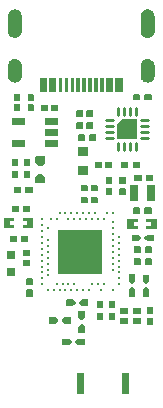
<source format=gtp>
G04 Layer: TopPasteMaskLayer*
G04 EasyEDA v6.5.9, 2022-08-10 12:44:31*
G04 c5846564ba334fc5ac80b38e15378060,f7cd1a63a7ae402ba8e4f3fce04b6e5d,10*
G04 Gerber Generator version 0.2*
G04 Scale: 100 percent, Rotated: No, Reflected: No *
G04 Dimensions in millimeters *
G04 leading zeros omitted , absolute positions ,4 integer and 5 decimal *
%FSLAX45Y45*%
%MOMM*%

%ADD10C,0.2800*%
%ADD11R,0.7600X0.8000*%
%ADD12C,0.2750*%
%ADD13R,3.8340X3.8340*%
%ADD14R,0.7500X1.4000*%
%ADD15R,0.6500X0.5500*%
%ADD16R,0.0141X0.5500*%

%LPD*%
G36*
X865632Y-2815031D02*
G01*
X838758Y-2833370D01*
X838758Y-2850642D01*
X865632Y-2868980D01*
X915263Y-2868980D01*
X919276Y-2865018D01*
X919276Y-2818993D01*
X915263Y-2815031D01*
G37*
G36*
X735228Y-2815031D02*
G01*
X731215Y-2818993D01*
X731215Y-2865018D01*
X735228Y-2868980D01*
X784860Y-2868980D01*
X811733Y-2850642D01*
X811733Y-2833370D01*
X784860Y-2815031D01*
G37*
G36*
X1338732Y-2033473D02*
G01*
X1333754Y-2038451D01*
X1333754Y-2083460D01*
X1338732Y-2088438D01*
X1386738Y-2088438D01*
X1393748Y-2083460D01*
X1393748Y-2038451D01*
X1386738Y-2033473D01*
G37*
G36*
X1436725Y-2033473D02*
G01*
X1429715Y-2038451D01*
X1429715Y-2083460D01*
X1436725Y-2088438D01*
X1484731Y-2088438D01*
X1489710Y-2083460D01*
X1489710Y-2038451D01*
X1484731Y-2033473D01*
G37*
G36*
X1127607Y-2497074D02*
G01*
X1122629Y-2502052D01*
X1122629Y-2550058D01*
X1127607Y-2557068D01*
X1172616Y-2557068D01*
X1177594Y-2550058D01*
X1177594Y-2502052D01*
X1172616Y-2497074D01*
G37*
G36*
X1127607Y-2593035D02*
G01*
X1122629Y-2600045D01*
X1122629Y-2648051D01*
X1127607Y-2653030D01*
X1172616Y-2653030D01*
X1177594Y-2648051D01*
X1177594Y-2600045D01*
X1172616Y-2593035D01*
G37*
G36*
X1027277Y-2594813D02*
G01*
X1022299Y-2601823D01*
X1022299Y-2649829D01*
X1027277Y-2654858D01*
X1072286Y-2654858D01*
X1077264Y-2649829D01*
X1077264Y-2601823D01*
X1072286Y-2594813D01*
G37*
G36*
X1027277Y-2498852D02*
G01*
X1022299Y-2503830D01*
X1022299Y-2551836D01*
X1027277Y-2558846D01*
X1072286Y-2558846D01*
X1077264Y-2551836D01*
X1077264Y-2503830D01*
X1072286Y-2498852D01*
G37*
G36*
X1448917Y-2546299D02*
G01*
X1443939Y-2551328D01*
X1443939Y-2599334D01*
X1448917Y-2606344D01*
X1493926Y-2606344D01*
X1498904Y-2599334D01*
X1498904Y-2551328D01*
X1493926Y-2546299D01*
G37*
G36*
X1448917Y-2642311D02*
G01*
X1443939Y-2649321D01*
X1443939Y-2697327D01*
X1448917Y-2702306D01*
X1493926Y-2702306D01*
X1498904Y-2697327D01*
X1498904Y-2649321D01*
X1493926Y-2642311D01*
G37*
G36*
X1334668Y-1700733D02*
G01*
X1329690Y-1705711D01*
X1329690Y-1750720D01*
X1334668Y-1755698D01*
X1382674Y-1755698D01*
X1389684Y-1750720D01*
X1389684Y-1705711D01*
X1382674Y-1700733D01*
G37*
G36*
X1432661Y-1700733D02*
G01*
X1425651Y-1705711D01*
X1425651Y-1750720D01*
X1432661Y-1755698D01*
X1480667Y-1755698D01*
X1485646Y-1750720D01*
X1485646Y-1705711D01*
X1480667Y-1700733D01*
G37*
G36*
X429361Y-2301748D02*
G01*
X424383Y-2306726D01*
X424383Y-2354732D01*
X429361Y-2361742D01*
X474370Y-2361742D01*
X479348Y-2354732D01*
X479348Y-2306726D01*
X474370Y-2301748D01*
G37*
G36*
X429361Y-2397709D02*
G01*
X424383Y-2404719D01*
X424383Y-2452725D01*
X429361Y-2457704D01*
X474370Y-2457704D01*
X479348Y-2452725D01*
X479348Y-2404719D01*
X474370Y-2397709D01*
G37*
G36*
X1338986Y-2132279D02*
G01*
X1333957Y-2137257D01*
X1333957Y-2182266D01*
X1338986Y-2187244D01*
X1386992Y-2187244D01*
X1394002Y-2182266D01*
X1394002Y-2137257D01*
X1386992Y-2132279D01*
G37*
G36*
X1436979Y-2132279D02*
G01*
X1429969Y-2137257D01*
X1429969Y-2182266D01*
X1436979Y-2187244D01*
X1484985Y-2187244D01*
X1489964Y-2182266D01*
X1489964Y-2137257D01*
X1484985Y-2132279D01*
G37*
G36*
X1443837Y-1424889D02*
G01*
X1436827Y-1429867D01*
X1436827Y-1474876D01*
X1443837Y-1479854D01*
X1491843Y-1479854D01*
X1496872Y-1474876D01*
X1496872Y-1429867D01*
X1491843Y-1424889D01*
G37*
G36*
X1345844Y-1424889D02*
G01*
X1340866Y-1429867D01*
X1340866Y-1474876D01*
X1345844Y-1479854D01*
X1393850Y-1479854D01*
X1400860Y-1474876D01*
X1400860Y-1429867D01*
X1393850Y-1424889D01*
G37*
G36*
X1218285Y-1539189D02*
G01*
X1213307Y-1546199D01*
X1213307Y-1594205D01*
X1218285Y-1599184D01*
X1263294Y-1599184D01*
X1268272Y-1594205D01*
X1268272Y-1546199D01*
X1263294Y-1539189D01*
G37*
G36*
X1218285Y-1443228D02*
G01*
X1213307Y-1448206D01*
X1213307Y-1496212D01*
X1218285Y-1503222D01*
X1263294Y-1503222D01*
X1268272Y-1496212D01*
X1268272Y-1448206D01*
X1263294Y-1443228D01*
G37*
G36*
X897128Y-2481732D02*
G01*
X870254Y-2500122D01*
X870254Y-2517394D01*
X897128Y-2535783D01*
X946759Y-2535783D01*
X950772Y-2531770D01*
X950772Y-2485745D01*
X946759Y-2481732D01*
G37*
G36*
X766724Y-2481732D02*
G01*
X762711Y-2485745D01*
X762711Y-2531770D01*
X766724Y-2535783D01*
X816356Y-2535783D01*
X843229Y-2517394D01*
X843229Y-2500122D01*
X816356Y-2481732D01*
G37*
G36*
X620420Y-2632100D02*
G01*
X616407Y-2636113D01*
X616407Y-2682138D01*
X620420Y-2686151D01*
X670052Y-2686151D01*
X696925Y-2667762D01*
X696925Y-2650490D01*
X670052Y-2632100D01*
G37*
G36*
X750824Y-2632100D02*
G01*
X723950Y-2650490D01*
X723950Y-2667762D01*
X750824Y-2686151D01*
X800455Y-2686151D01*
X804468Y-2682138D01*
X804468Y-2636113D01*
X800455Y-2632100D01*
G37*
G36*
X289712Y-1941779D02*
G01*
X284683Y-1946757D01*
X284683Y-1991766D01*
X289712Y-1996744D01*
X337718Y-1996744D01*
X344728Y-1991766D01*
X344728Y-1946757D01*
X337718Y-1941779D01*
G37*
G36*
X387705Y-1941779D02*
G01*
X380695Y-1946757D01*
X380695Y-1991766D01*
X387705Y-1996744D01*
X435711Y-1996744D01*
X440690Y-1991766D01*
X440690Y-1946757D01*
X435711Y-1941779D01*
G37*
G36*
X309778Y-1689557D02*
G01*
X304749Y-1694535D01*
X304749Y-1739544D01*
X309778Y-1744522D01*
X357784Y-1744522D01*
X364794Y-1739544D01*
X364794Y-1694535D01*
X357784Y-1689557D01*
G37*
G36*
X407771Y-1689557D02*
G01*
X400761Y-1694535D01*
X400761Y-1739544D01*
X407771Y-1744522D01*
X455777Y-1744522D01*
X460756Y-1739544D01*
X460756Y-1694535D01*
X455777Y-1689557D01*
G37*
G36*
X1310386Y-2376982D02*
G01*
X1292047Y-2403856D01*
X1292047Y-2453487D01*
X1296009Y-2457500D01*
X1342034Y-2457500D01*
X1345996Y-2453487D01*
X1345996Y-2403856D01*
X1327658Y-2376982D01*
G37*
G36*
X1296009Y-2269439D02*
G01*
X1292047Y-2273452D01*
X1292047Y-2323084D01*
X1310386Y-2349957D01*
X1327658Y-2349957D01*
X1345996Y-2323084D01*
X1345996Y-2273452D01*
X1342034Y-2269439D01*
G37*
G36*
X327304Y-1527505D02*
G01*
X322275Y-1532483D01*
X322275Y-1577492D01*
X327304Y-1582470D01*
X375310Y-1582470D01*
X382320Y-1577492D01*
X382320Y-1532483D01*
X375310Y-1527505D01*
G37*
G36*
X425297Y-1527505D02*
G01*
X418287Y-1532483D01*
X418287Y-1577492D01*
X425297Y-1582470D01*
X473303Y-1582470D01*
X478282Y-1577492D01*
X478282Y-1532483D01*
X473303Y-1527505D01*
G37*
G36*
X1429258Y-2379522D02*
G01*
X1410919Y-2406396D01*
X1410919Y-2456027D01*
X1414881Y-2460040D01*
X1460906Y-2460040D01*
X1464868Y-2456027D01*
X1464868Y-2406396D01*
X1446530Y-2379522D01*
G37*
G36*
X1414881Y-2271979D02*
G01*
X1410919Y-2275992D01*
X1410919Y-2325624D01*
X1429258Y-2352497D01*
X1446530Y-2352497D01*
X1464868Y-2325624D01*
X1464868Y-2275992D01*
X1460906Y-2271979D01*
G37*
G36*
X307695Y-1392377D02*
G01*
X302717Y-1399387D01*
X302717Y-1447393D01*
X307695Y-1452422D01*
X352704Y-1452422D01*
X357682Y-1447393D01*
X357682Y-1399387D01*
X352704Y-1392377D01*
G37*
G36*
X307695Y-1296416D02*
G01*
X302717Y-1301394D01*
X302717Y-1349400D01*
X307695Y-1356410D01*
X352704Y-1356410D01*
X357682Y-1349400D01*
X357682Y-1301394D01*
X352704Y-1296416D01*
G37*
G36*
X408025Y-1295857D02*
G01*
X403047Y-1300886D01*
X403047Y-1348892D01*
X408025Y-1355902D01*
X453034Y-1355902D01*
X458012Y-1348892D01*
X458012Y-1300886D01*
X453034Y-1295857D01*
G37*
G36*
X408025Y-1391869D02*
G01*
X403047Y-1398879D01*
X403047Y-1446885D01*
X408025Y-1451864D01*
X453034Y-1451864D01*
X458012Y-1446885D01*
X458012Y-1398879D01*
X453034Y-1391869D01*
G37*
G36*
X867562Y-1084275D02*
G01*
X862533Y-1089253D01*
X862533Y-1134262D01*
X867562Y-1139240D01*
X915568Y-1139240D01*
X922578Y-1134262D01*
X922578Y-1089253D01*
X915568Y-1084275D01*
G37*
G36*
X965555Y-1084275D02*
G01*
X958545Y-1089253D01*
X958545Y-1134262D01*
X965555Y-1139240D01*
X1013561Y-1139240D01*
X1018540Y-1134262D01*
X1018540Y-1089253D01*
X1013561Y-1084275D01*
G37*
G36*
X1101699Y-1444193D02*
G01*
X1096721Y-1449222D01*
X1096721Y-1497228D01*
X1101699Y-1504238D01*
X1146708Y-1504238D01*
X1151686Y-1497228D01*
X1151686Y-1449222D01*
X1146708Y-1444193D01*
G37*
G36*
X1101699Y-1540205D02*
G01*
X1096721Y-1547215D01*
X1096721Y-1595221D01*
X1101699Y-1600200D01*
X1146708Y-1600200D01*
X1151686Y-1595221D01*
X1151686Y-1547215D01*
X1146708Y-1540205D01*
G37*
G36*
X1233576Y-1317193D02*
G01*
X1228598Y-1322171D01*
X1228598Y-1367180D01*
X1233576Y-1372158D01*
X1281582Y-1372158D01*
X1288592Y-1367180D01*
X1288592Y-1322171D01*
X1281582Y-1317193D01*
G37*
G36*
X1331569Y-1317193D02*
G01*
X1324559Y-1322171D01*
X1324559Y-1367180D01*
X1331569Y-1372158D01*
X1379575Y-1372158D01*
X1384554Y-1367180D01*
X1384554Y-1322171D01*
X1379575Y-1317193D01*
G37*
G36*
X1432407Y-742899D02*
G01*
X1425397Y-747877D01*
X1425397Y-792886D01*
X1432407Y-797864D01*
X1480413Y-797864D01*
X1485442Y-792886D01*
X1485442Y-747877D01*
X1480413Y-742899D01*
G37*
G36*
X1334414Y-742899D02*
G01*
X1329436Y-747877D01*
X1329436Y-792886D01*
X1334414Y-797864D01*
X1382420Y-797864D01*
X1389430Y-792886D01*
X1389430Y-747877D01*
X1382420Y-742899D01*
G37*
G36*
X1451864Y-1934616D02*
G01*
X1424990Y-1953006D01*
X1424990Y-1970278D01*
X1451864Y-1988667D01*
X1501495Y-1988667D01*
X1505508Y-1984654D01*
X1505508Y-1938629D01*
X1501495Y-1934616D01*
G37*
G36*
X1321460Y-1934616D02*
G01*
X1317447Y-1938629D01*
X1317447Y-1984654D01*
X1321460Y-1988667D01*
X1371092Y-1988667D01*
X1397965Y-1970278D01*
X1397965Y-1953006D01*
X1371092Y-1934616D01*
G37*
G36*
X884428Y-2686354D02*
G01*
X866089Y-2713228D01*
X866089Y-2762859D01*
X870051Y-2766872D01*
X916076Y-2766872D01*
X920038Y-2762859D01*
X920038Y-2713228D01*
X901700Y-2686354D01*
G37*
G36*
X870051Y-2578811D02*
G01*
X866089Y-2582824D01*
X866089Y-2632456D01*
X884428Y-2659329D01*
X901700Y-2659329D01*
X920038Y-2632456D01*
X920038Y-2582824D01*
X916076Y-2578811D01*
G37*
G36*
X322935Y-744778D02*
G01*
X318922Y-748792D01*
X318922Y-798880D01*
X322935Y-802843D01*
X368960Y-802843D01*
X372922Y-798880D01*
X372922Y-748792D01*
X368960Y-744778D01*
G37*
G36*
X322935Y-829868D02*
G01*
X318922Y-833882D01*
X318922Y-883919D01*
X322935Y-887933D01*
X368960Y-887933D01*
X372922Y-883919D01*
X372922Y-833882D01*
X368960Y-829868D01*
G37*
G36*
X439775Y-830376D02*
G01*
X435813Y-834390D01*
X435813Y-884428D01*
X439775Y-888441D01*
X485800Y-888441D01*
X489762Y-884428D01*
X489762Y-834390D01*
X485800Y-830376D01*
G37*
G36*
X439775Y-745286D02*
G01*
X435813Y-749300D01*
X435813Y-799388D01*
X439775Y-803351D01*
X485800Y-803351D01*
X489762Y-799388D01*
X489762Y-749300D01*
X485800Y-745286D01*
G37*
G36*
X402437Y-2059736D02*
G01*
X398424Y-2063750D01*
X398424Y-2113788D01*
X402437Y-2117801D01*
X448462Y-2117801D01*
X452475Y-2113788D01*
X452475Y-2063750D01*
X448462Y-2059736D01*
G37*
G36*
X402437Y-2144826D02*
G01*
X398424Y-2148840D01*
X398424Y-2198878D01*
X402437Y-2202891D01*
X448462Y-2202891D01*
X452475Y-2198878D01*
X452475Y-2148840D01*
X448462Y-2144826D01*
G37*
G36*
X938225Y-983132D02*
G01*
X934262Y-987145D01*
X934262Y-1033170D01*
X938225Y-1037183D01*
X988314Y-1037183D01*
X992327Y-1033170D01*
X992327Y-987145D01*
X988314Y-983132D01*
G37*
G36*
X853186Y-983132D02*
G01*
X849172Y-987145D01*
X849172Y-1033170D01*
X853186Y-1037183D01*
X903274Y-1037183D01*
X907237Y-1033170D01*
X907237Y-987145D01*
X903274Y-983132D01*
G37*
G36*
X1093216Y-1316431D02*
G01*
X1089202Y-1320393D01*
X1089202Y-1366418D01*
X1093216Y-1370380D01*
X1143254Y-1370380D01*
X1147267Y-1366418D01*
X1147267Y-1320393D01*
X1143254Y-1316431D01*
G37*
G36*
X1008126Y-1316431D02*
G01*
X1004112Y-1320393D01*
X1004112Y-1366418D01*
X1008126Y-1370380D01*
X1058214Y-1370380D01*
X1062177Y-1366418D01*
X1062177Y-1320393D01*
X1058214Y-1316431D01*
G37*
G36*
X641807Y-835050D02*
G01*
X637844Y-839063D01*
X637844Y-885088D01*
X641807Y-889101D01*
X691896Y-889101D01*
X695909Y-885088D01*
X695909Y-839063D01*
X691896Y-835050D01*
G37*
G36*
X556768Y-835050D02*
G01*
X552754Y-839063D01*
X552754Y-885088D01*
X556768Y-889101D01*
X606856Y-889101D01*
X610819Y-885088D01*
X610819Y-839063D01*
X606856Y-835050D01*
G37*
G36*
X890778Y-1615389D02*
G01*
X886764Y-1619351D01*
X886764Y-1665376D01*
X890778Y-1669338D01*
X940866Y-1669338D01*
X944829Y-1665376D01*
X944829Y-1619351D01*
X940866Y-1615389D01*
G37*
G36*
X975817Y-1615389D02*
G01*
X971854Y-1619351D01*
X971854Y-1665376D01*
X975817Y-1669338D01*
X1025906Y-1669338D01*
X1029919Y-1665376D01*
X1029919Y-1619351D01*
X1025906Y-1615389D01*
G37*
G36*
X853440Y-881837D02*
G01*
X849426Y-885799D01*
X849426Y-931824D01*
X853440Y-935786D01*
X903478Y-935786D01*
X907491Y-931824D01*
X907491Y-885799D01*
X903478Y-881837D01*
G37*
G36*
X938530Y-881837D02*
G01*
X934516Y-885799D01*
X934516Y-931824D01*
X938530Y-935786D01*
X988568Y-935786D01*
X992581Y-931824D01*
X992581Y-885799D01*
X988568Y-881837D01*
G37*
G36*
X976121Y-1513992D02*
G01*
X972108Y-1518005D01*
X972108Y-1564030D01*
X976121Y-1568043D01*
X1026160Y-1568043D01*
X1030173Y-1564030D01*
X1030173Y-1518005D01*
X1026160Y-1513992D01*
G37*
G36*
X891032Y-1513992D02*
G01*
X887018Y-1518005D01*
X887018Y-1564030D01*
X891032Y-1568043D01*
X941069Y-1568043D01*
X945083Y-1564030D01*
X945083Y-1518005D01*
X941069Y-1513992D01*
G37*
G36*
X700227Y-606145D02*
G01*
X700227Y-726135D01*
X730250Y-726135D01*
X730250Y-606145D01*
G37*
G36*
X750265Y-606145D02*
G01*
X750265Y-726135D01*
X780288Y-726135D01*
X780288Y-606145D01*
G37*
G36*
X800252Y-606145D02*
G01*
X800252Y-726135D01*
X830224Y-726135D01*
X830224Y-606145D01*
G37*
G36*
X850239Y-606145D02*
G01*
X850239Y-726135D01*
X880262Y-726135D01*
X880262Y-606145D01*
G37*
G36*
X900226Y-606145D02*
G01*
X900226Y-726135D01*
X930249Y-726135D01*
X930249Y-606145D01*
G37*
G36*
X950264Y-606145D02*
G01*
X950264Y-726135D01*
X980236Y-726135D01*
X980236Y-606145D01*
G37*
G36*
X1000252Y-606145D02*
G01*
X1000252Y-726135D01*
X1030224Y-726135D01*
X1030224Y-606145D01*
G37*
G36*
X1050239Y-606145D02*
G01*
X1050239Y-726135D01*
X1080262Y-726135D01*
X1080262Y-606145D01*
G37*
G36*
X1450492Y-446176D02*
G01*
X1443380Y-446785D01*
X1436420Y-448259D01*
X1429715Y-450545D01*
X1423263Y-453593D01*
X1417269Y-457403D01*
X1411732Y-461873D01*
X1406804Y-466953D01*
X1402486Y-472643D01*
X1398879Y-478739D01*
X1396034Y-485241D01*
X1393952Y-492048D01*
X1392682Y-499059D01*
X1392275Y-506120D01*
X1392377Y-589686D01*
X1393190Y-596747D01*
X1394866Y-603656D01*
X1397355Y-610311D01*
X1400606Y-616661D01*
X1404569Y-622554D01*
X1409192Y-627938D01*
X1411732Y-630428D01*
X1417269Y-634898D01*
X1423263Y-638708D01*
X1429715Y-641756D01*
X1436420Y-644042D01*
X1443380Y-645464D01*
X1450492Y-646125D01*
X1457604Y-645922D01*
X1464614Y-644855D01*
X1468069Y-644042D01*
X1474825Y-641756D01*
X1481226Y-638708D01*
X1487220Y-634898D01*
X1492758Y-630428D01*
X1497685Y-625297D01*
X1499971Y-622554D01*
X1503934Y-616661D01*
X1507185Y-610311D01*
X1509623Y-603656D01*
X1510588Y-600252D01*
X1511858Y-593242D01*
X1512265Y-586130D01*
X1512163Y-502615D01*
X1511858Y-499059D01*
X1510588Y-492048D01*
X1508506Y-485241D01*
X1507185Y-481939D01*
X1503934Y-475640D01*
X1499971Y-469747D01*
X1495298Y-464362D01*
X1490065Y-459536D01*
X1484274Y-455422D01*
X1478076Y-451967D01*
X1471472Y-449326D01*
X1468069Y-448259D01*
X1461109Y-446785D01*
X1454048Y-446176D01*
G37*
G36*
X326491Y-446176D02*
G01*
X319379Y-446785D01*
X312420Y-448259D01*
X305714Y-450545D01*
X299262Y-453593D01*
X293268Y-457403D01*
X287731Y-461873D01*
X282803Y-466953D01*
X278485Y-472643D01*
X274878Y-478739D01*
X272034Y-485241D01*
X269951Y-492048D01*
X268681Y-499059D01*
X268274Y-506171D01*
X268376Y-589686D01*
X269189Y-596747D01*
X270865Y-603656D01*
X273354Y-610311D01*
X276606Y-616661D01*
X280568Y-622554D01*
X285191Y-627938D01*
X287731Y-630428D01*
X293268Y-634898D01*
X299262Y-638708D01*
X305714Y-641756D01*
X312420Y-644042D01*
X319379Y-645464D01*
X326491Y-646125D01*
X333603Y-645922D01*
X340614Y-644855D01*
X344068Y-644042D01*
X350824Y-641756D01*
X357225Y-638708D01*
X363220Y-634898D01*
X368757Y-630428D01*
X373684Y-625297D01*
X375970Y-622554D01*
X379933Y-616661D01*
X383184Y-610311D01*
X385622Y-603656D01*
X386588Y-600252D01*
X387858Y-593242D01*
X388264Y-586130D01*
X388162Y-502615D01*
X387858Y-499059D01*
X386588Y-492048D01*
X384505Y-485241D01*
X381660Y-478739D01*
X378002Y-472643D01*
X375970Y-469747D01*
X371297Y-464362D01*
X366064Y-459536D01*
X360273Y-455422D01*
X354076Y-451967D01*
X347472Y-449326D01*
X344068Y-448259D01*
X337108Y-446785D01*
X330047Y-446176D01*
G37*
G36*
X326491Y-26162D02*
G01*
X319379Y-26822D01*
X312420Y-28244D01*
X305714Y-30530D01*
X299262Y-33578D01*
X293268Y-37388D01*
X287731Y-41859D01*
X282803Y-46990D01*
X278485Y-52628D01*
X274878Y-58775D01*
X272034Y-65278D01*
X270865Y-68630D01*
X269189Y-75539D01*
X268376Y-82600D01*
X268274Y-206146D01*
X268681Y-213258D01*
X269189Y-216763D01*
X270865Y-223672D01*
X273354Y-230327D01*
X276606Y-236677D01*
X280568Y-242570D01*
X285191Y-247954D01*
X290474Y-252729D01*
X296214Y-256895D01*
X302463Y-260299D01*
X309016Y-262991D01*
X315874Y-264871D01*
X322935Y-265887D01*
X330047Y-266141D01*
X337108Y-265480D01*
X340614Y-264871D01*
X347472Y-262991D01*
X354076Y-260299D01*
X360273Y-256895D01*
X366064Y-252729D01*
X371297Y-247954D01*
X375970Y-242570D01*
X379933Y-236677D01*
X383184Y-230327D01*
X385622Y-223672D01*
X387299Y-216763D01*
X387858Y-213258D01*
X388264Y-206146D01*
X388162Y-82600D01*
X387858Y-79044D01*
X386588Y-72034D01*
X384505Y-65278D01*
X381660Y-58775D01*
X378002Y-52628D01*
X375970Y-49733D01*
X371297Y-44348D01*
X366064Y-39573D01*
X360273Y-35407D01*
X357225Y-33578D01*
X350824Y-30530D01*
X344068Y-28244D01*
X337108Y-26822D01*
X333603Y-26365D01*
G37*
G36*
X1450492Y-26162D02*
G01*
X1443380Y-26822D01*
X1439875Y-27432D01*
X1433017Y-29311D01*
X1429715Y-30530D01*
X1423263Y-33629D01*
X1417269Y-37388D01*
X1411732Y-41859D01*
X1406804Y-46990D01*
X1402486Y-52628D01*
X1398879Y-58775D01*
X1396034Y-65278D01*
X1394866Y-68630D01*
X1393190Y-75539D01*
X1392377Y-82600D01*
X1392275Y-206146D01*
X1392682Y-213258D01*
X1393190Y-216763D01*
X1394866Y-223672D01*
X1397355Y-230327D01*
X1400606Y-236677D01*
X1404569Y-242570D01*
X1409192Y-247954D01*
X1414475Y-252729D01*
X1420215Y-256895D01*
X1426464Y-260299D01*
X1433017Y-262991D01*
X1439875Y-264871D01*
X1446936Y-265887D01*
X1454048Y-266141D01*
X1461109Y-265480D01*
X1464614Y-264871D01*
X1471472Y-262991D01*
X1478076Y-260299D01*
X1484274Y-256895D01*
X1490065Y-252729D01*
X1495298Y-247954D01*
X1499971Y-242570D01*
X1503934Y-236677D01*
X1507185Y-230327D01*
X1509623Y-223672D01*
X1511300Y-216763D01*
X1511858Y-213258D01*
X1512265Y-206146D01*
X1512163Y-82600D01*
X1511858Y-79044D01*
X1510588Y-72034D01*
X1508506Y-65278D01*
X1507185Y-61976D01*
X1503934Y-55626D01*
X1499971Y-49733D01*
X1495298Y-44348D01*
X1490065Y-39573D01*
X1484274Y-35407D01*
X1478076Y-32004D01*
X1474825Y-30530D01*
X1468069Y-28295D01*
X1464614Y-27432D01*
X1457604Y-26365D01*
G37*
G36*
X540258Y-606145D02*
G01*
X540258Y-726135D01*
X600252Y-726135D01*
X600252Y-606145D01*
G37*
G36*
X620268Y-606145D02*
G01*
X620268Y-726135D01*
X680262Y-726135D01*
X680262Y-606145D01*
G37*
G36*
X1100277Y-606145D02*
G01*
X1100277Y-726135D01*
X1160272Y-726135D01*
X1160272Y-606145D01*
G37*
G36*
X1180287Y-606145D02*
G01*
X1180287Y-726135D01*
X1240282Y-726135D01*
X1240282Y-606145D01*
G37*
G36*
X1286662Y-1799285D02*
G01*
X1281633Y-1804314D01*
X1281633Y-1884273D01*
X1286662Y-1889302D01*
X1366621Y-1889302D01*
X1371650Y-1884273D01*
X1371650Y-1861515D01*
X1334668Y-1861515D01*
X1334668Y-1828495D01*
X1371650Y-1828495D01*
X1371650Y-1804314D01*
X1366621Y-1799285D01*
G37*
G36*
X1446631Y-1799285D02*
G01*
X1441653Y-1804314D01*
X1441653Y-1828495D01*
X1479651Y-1828495D01*
X1479651Y-1861515D01*
X1441653Y-1861515D01*
X1441653Y-1884273D01*
X1446631Y-1889302D01*
X1525625Y-1889302D01*
X1530654Y-1884273D01*
X1530654Y-1804314D01*
X1525625Y-1799285D01*
G37*
G36*
X399694Y-1789887D02*
G01*
X394665Y-1794916D01*
X394665Y-1817674D01*
X431647Y-1817674D01*
X431647Y-1850694D01*
X394665Y-1850694D01*
X394665Y-1874875D01*
X399694Y-1879904D01*
X479653Y-1879904D01*
X484682Y-1874875D01*
X484682Y-1794916D01*
X479653Y-1789887D01*
G37*
G36*
X240690Y-1789887D02*
G01*
X235661Y-1794916D01*
X235661Y-1874875D01*
X240690Y-1879904D01*
X319684Y-1879904D01*
X324662Y-1874875D01*
X324662Y-1850694D01*
X286664Y-1850694D01*
X286664Y-1817674D01*
X324662Y-1817674D01*
X324662Y-1794916D01*
X319684Y-1789887D01*
G37*
G36*
X507796Y-1269136D02*
G01*
X501396Y-1275537D01*
X501396Y-1325880D01*
X530758Y-1353312D01*
X558393Y-1353312D01*
X587756Y-1325880D01*
X587756Y-1275537D01*
X581355Y-1269136D01*
G37*
G36*
X530758Y-1416304D02*
G01*
X501396Y-1443736D01*
X501396Y-1494078D01*
X507796Y-1500479D01*
X581355Y-1500479D01*
X587756Y-1494078D01*
X587756Y-1443736D01*
X558393Y-1416304D01*
G37*
D10*
X1099642Y-964361D02*
G01*
X1156642Y-964361D01*
X1099642Y-1014374D02*
G01*
X1156642Y-1014374D01*
X1099642Y-1064361D02*
G01*
X1156642Y-1064361D01*
X1099642Y-1114374D02*
G01*
X1156642Y-1114374D01*
X1203147Y-1160881D02*
G01*
X1203147Y-1217881D01*
X1253159Y-1160881D02*
G01*
X1253159Y-1217881D01*
X1303146Y-1160881D02*
G01*
X1303146Y-1217881D01*
X1353159Y-1160881D02*
G01*
X1353159Y-1217881D01*
X1399641Y-1114374D02*
G01*
X1456641Y-1114374D01*
X1399641Y-1064361D02*
G01*
X1456641Y-1064361D01*
X1399641Y-1014374D02*
G01*
X1456641Y-1014374D01*
X1399641Y-964361D02*
G01*
X1456641Y-964361D01*
X1353159Y-860882D02*
G01*
X1353159Y-917882D01*
X1303146Y-860882D02*
G01*
X1303146Y-917882D01*
X1253159Y-860882D02*
G01*
X1253159Y-917882D01*
X1203147Y-860882D02*
G01*
X1203147Y-917882D01*
D11*
G01*
X297713Y-2246528D03*
G01*
X297713Y-2106523D03*
G36*
X854417Y-3109048D02*
G01*
X914420Y-3109048D01*
X914420Y-3279051D01*
X854417Y-3279051D01*
G37*
G36*
X1234419Y-3109048D02*
G01*
X1294419Y-3109048D01*
X1294419Y-3279051D01*
X1234419Y-3279051D01*
G37*
G36*
X693285Y-1004948D02*
G01*
X693285Y-942718D01*
X582795Y-942718D01*
X582795Y-1004948D01*
G37*
G36*
X693285Y-1098928D02*
G01*
X693285Y-1036698D01*
X582795Y-1036698D01*
X582795Y-1098928D01*
G37*
G36*
X693285Y-1195443D02*
G01*
X693285Y-1133213D01*
X582795Y-1133213D01*
X582795Y-1195443D01*
G37*
G36*
X413885Y-1192908D02*
G01*
X413885Y-1130678D01*
X303395Y-1130678D01*
X303395Y-1192908D01*
G37*
G36*
X413885Y-1004948D02*
G01*
X413885Y-942718D01*
X303395Y-942718D01*
X303395Y-1004948D01*
G37*
D12*
G01*
X1207135Y-2303983D03*
G01*
X1207135Y-1953996D03*
G01*
X1207135Y-2003983D03*
G01*
X1207135Y-2053996D03*
G01*
X1207135Y-2103983D03*
G01*
X1207135Y-2153996D03*
G01*
X1207135Y-2203983D03*
G01*
X1207135Y-2253995D03*
G01*
X1207135Y-2353995D03*
G01*
X1157147Y-1753996D03*
G01*
X1157147Y-1828977D03*
G01*
X1157147Y-1878990D03*
G01*
X1157147Y-1928977D03*
G01*
X1157147Y-1978990D03*
G01*
X1157147Y-2029002D03*
G01*
X1157147Y-2078989D03*
G01*
X1157147Y-2129002D03*
G01*
X1157147Y-2178989D03*
G01*
X1157147Y-2229002D03*
G01*
X1157147Y-2403982D03*
G01*
X1082141Y-2353995D03*
G01*
X1107135Y-1753996D03*
G01*
X1082141Y-1803984D03*
G01*
X1057147Y-2403982D03*
G01*
X1032154Y-1803984D03*
G01*
X1032154Y-2353995D03*
G01*
X1007135Y-1753996D03*
G01*
X982141Y-1803984D03*
G01*
X982141Y-2353995D03*
G01*
X957148Y-1753996D03*
G01*
X957148Y-2403982D03*
G01*
X932129Y-1803984D03*
G01*
X907135Y-1753996D03*
G01*
X907135Y-2403982D03*
G01*
X882142Y-1803984D03*
G01*
X857148Y-1753996D03*
G01*
X857148Y-2403982D03*
G01*
X832129Y-1803984D03*
G01*
X832129Y-2353995D03*
G01*
X807135Y-1753996D03*
G01*
X807135Y-2403982D03*
G01*
X782142Y-1803984D03*
G01*
X782142Y-2353995D03*
G01*
X757148Y-1753996D03*
G01*
X757148Y-2403982D03*
G01*
X732129Y-2353995D03*
G01*
X707136Y-1753996D03*
G01*
X707136Y-2403982D03*
G01*
X682142Y-1803984D03*
G01*
X682142Y-2353995D03*
G01*
X657148Y-2403982D03*
G01*
X632129Y-1803984D03*
G01*
X607136Y-1878990D03*
G01*
X607136Y-1978990D03*
G01*
X607136Y-2029002D03*
G01*
X607136Y-2078989D03*
G01*
X607136Y-2129002D03*
G01*
X607136Y-2178989D03*
G01*
X607136Y-2229002D03*
G01*
X607136Y-2278989D03*
G01*
X607136Y-2403982D03*
G01*
X557148Y-1803984D03*
G01*
X557148Y-1853996D03*
G01*
X557148Y-1903984D03*
G01*
X557148Y-1953996D03*
G01*
X557148Y-2003983D03*
G01*
X557148Y-2053996D03*
G01*
X557148Y-2103983D03*
G01*
X557148Y-2153996D03*
G01*
X557148Y-2203983D03*
G01*
X557148Y-2253995D03*
G01*
X557148Y-2303983D03*
G01*
X557148Y-2353995D03*
D13*
G01*
X882142Y-2078989D03*
G36*
X865101Y-1349314D02*
G01*
X945100Y-1349314D01*
X945100Y-1429313D01*
X865101Y-1429313D01*
G37*
G36*
X864400Y-1189413D02*
G01*
X944399Y-1189413D01*
X944399Y-1269413D01*
X864400Y-1269413D01*
G37*
G36*
X1363139Y-954356D02*
G01*
X1363139Y-1124356D01*
X1193139Y-1124356D01*
X1193139Y-996856D01*
X1235641Y-954354D01*
G37*
D14*
G01*
X1480413Y-1584197D03*
G01*
X1335430Y-1584197D03*
D15*
G01*
X1365377Y-2583814D03*
G01*
X1255395Y-2583814D03*
G01*
X1255395Y-2663825D03*
G01*
X1365377Y-2663825D03*
M02*

</source>
